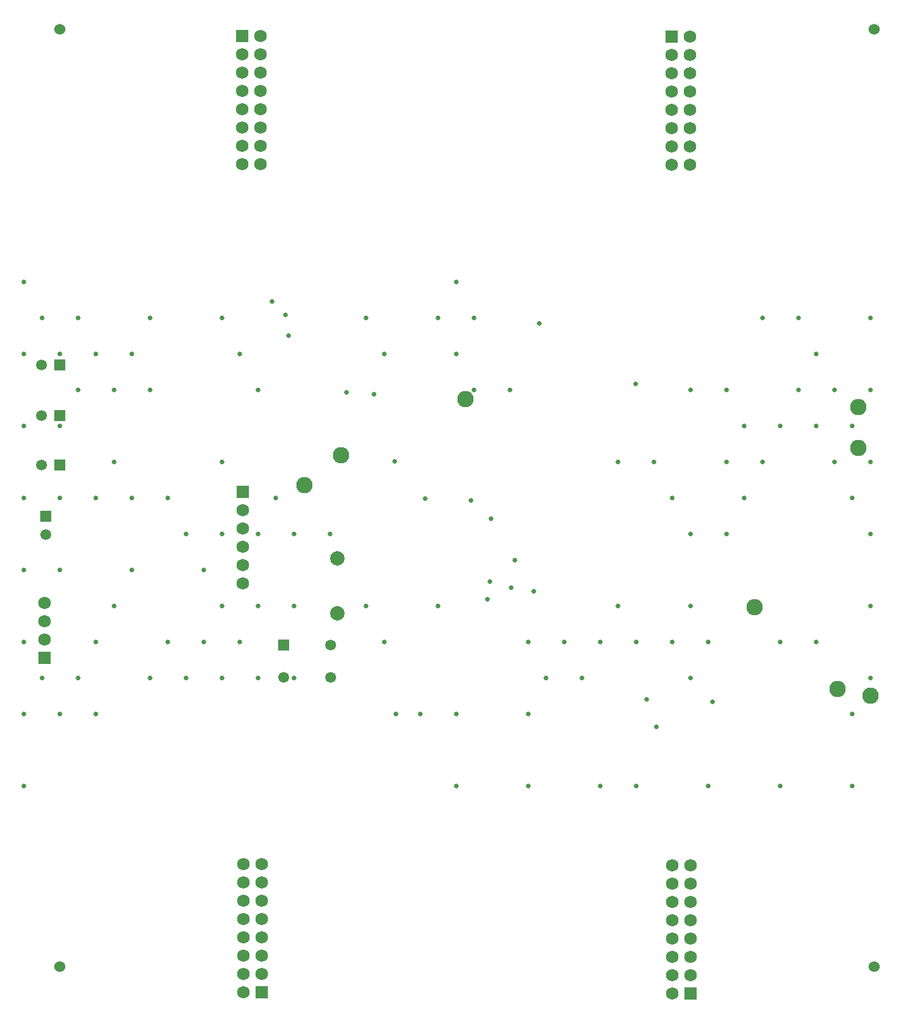
<source format=gbr>
%TF.GenerationSoftware,Altium Limited,Altium Designer,19.1.6 (110)*%
G04 Layer_Color=16711935*
%FSLAX43Y43*%
%MOMM*%
%TF.FileFunction,Soldermask,Bot*%
%TF.Part,Single*%
G01*
G75*
%TA.AperFunction,ComponentPad*%
%ADD34R,1.750X1.750*%
%ADD35C,1.750*%
%ADD36C,1.500*%
%ADD37R,1.500X1.500*%
%ADD38R,1.500X1.500*%
%ADD39C,2.286*%
%ADD40C,2.000*%
%ADD41C,1.498*%
%ADD42R,1.498X1.498*%
%TA.AperFunction,WasherPad*%
%ADD43C,1.524*%
%TA.AperFunction,ViaPad*%
%ADD44C,0.650*%
D34*
X35306Y139116D02*
D03*
X97540Y6277D02*
D03*
X94945Y139014D02*
D03*
X38000Y6380D02*
D03*
X35357Y75844D02*
D03*
X7874Y52802D02*
D03*
D35*
X37846Y136576D02*
D03*
Y134036D02*
D03*
Y131496D02*
D03*
Y128956D02*
D03*
Y126416D02*
D03*
Y123876D02*
D03*
Y121336D02*
D03*
X35306Y123876D02*
D03*
Y134036D02*
D03*
X37846Y139116D02*
D03*
X35306Y121336D02*
D03*
Y126416D02*
D03*
Y128956D02*
D03*
Y131496D02*
D03*
Y136576D02*
D03*
X97540Y8817D02*
D03*
Y13897D02*
D03*
Y16437D02*
D03*
Y18977D02*
D03*
Y24057D02*
D03*
X95000Y6277D02*
D03*
X97540Y11357D02*
D03*
Y21517D02*
D03*
X95000Y24057D02*
D03*
Y21517D02*
D03*
Y18977D02*
D03*
Y16437D02*
D03*
Y13897D02*
D03*
Y11357D02*
D03*
Y8817D02*
D03*
X97485Y136474D02*
D03*
Y133934D02*
D03*
Y131394D02*
D03*
Y128854D02*
D03*
Y126314D02*
D03*
Y123774D02*
D03*
Y121234D02*
D03*
X94945Y123774D02*
D03*
Y133934D02*
D03*
X97485Y139014D02*
D03*
X94945Y121234D02*
D03*
Y126314D02*
D03*
Y128854D02*
D03*
Y131394D02*
D03*
Y136474D02*
D03*
X38000Y8920D02*
D03*
Y14000D02*
D03*
Y16540D02*
D03*
Y19080D02*
D03*
Y24160D02*
D03*
X35460Y6380D02*
D03*
X38000Y11460D02*
D03*
Y21620D02*
D03*
X35460Y24160D02*
D03*
Y21620D02*
D03*
Y19080D02*
D03*
Y16540D02*
D03*
Y14000D02*
D03*
Y11460D02*
D03*
Y8920D02*
D03*
X35357Y70764D02*
D03*
Y63144D02*
D03*
Y65684D02*
D03*
Y68224D02*
D03*
Y73304D02*
D03*
X7874Y55342D02*
D03*
Y60422D02*
D03*
Y57882D02*
D03*
D36*
X8016Y69888D02*
D03*
X7442Y79574D02*
D03*
X7442Y86393D02*
D03*
X7493Y93442D02*
D03*
D37*
X8016Y72428D02*
D03*
D38*
X9982Y79574D02*
D03*
X9982Y86393D02*
D03*
X10033Y93442D02*
D03*
D39*
X66309Y88686D02*
D03*
X48997Y80965D02*
D03*
X43983Y76751D02*
D03*
X106451Y59867D02*
D03*
X117921Y48522D02*
D03*
X120815Y87655D02*
D03*
Y81919D02*
D03*
X122500Y47600D02*
D03*
D40*
X48539Y59014D02*
D03*
Y66614D02*
D03*
D41*
X41048Y50074D02*
D03*
X47548D02*
D03*
Y54574D02*
D03*
D42*
X41048D02*
D03*
D43*
X123000Y140000D02*
D03*
Y10000D02*
D03*
X10000Y10000D02*
D03*
Y140000D02*
D03*
D44*
X27500Y70000D02*
D03*
X39497Y102235D02*
D03*
X15000Y45000D02*
D03*
X110000Y85000D02*
D03*
X91465Y47066D02*
D03*
X117500Y90000D02*
D03*
X17500Y80000D02*
D03*
X32500Y70000D02*
D03*
Y100000D02*
D03*
X10000Y65000D02*
D03*
X97500Y60000D02*
D03*
X55000Y55000D02*
D03*
X122500Y90000D02*
D03*
X37500Y70000D02*
D03*
X95000Y75000D02*
D03*
X65000Y105000D02*
D03*
X5000Y45000D02*
D03*
X65000Y35000D02*
D03*
X12500Y90000D02*
D03*
X105000Y85000D02*
D03*
X110000Y55000D02*
D03*
X67032Y74700D02*
D03*
X56617Y45009D02*
D03*
X37500Y60000D02*
D03*
X30000Y55000D02*
D03*
X107500Y80000D02*
D03*
X75000Y35000D02*
D03*
X107500Y100000D02*
D03*
X12500Y50000D02*
D03*
X90000Y55000D02*
D03*
X22500Y90000D02*
D03*
X65000Y95000D02*
D03*
X15000Y55000D02*
D03*
X73141Y66403D02*
D03*
X5000Y75000D02*
D03*
X92812Y43282D02*
D03*
X37500Y50000D02*
D03*
X89905Y90838D02*
D03*
X76581Y99212D02*
D03*
X27500Y50000D02*
D03*
X87500Y80000D02*
D03*
X112500Y100000D02*
D03*
X20000Y65000D02*
D03*
X17500Y90000D02*
D03*
X30000Y65000D02*
D03*
X32500Y60000D02*
D03*
X5000Y105000D02*
D03*
X75808Y62085D02*
D03*
X122500Y80000D02*
D03*
X5000Y95000D02*
D03*
X112500Y90000D02*
D03*
X97500Y50000D02*
D03*
X42500D02*
D03*
X22500D02*
D03*
X32500D02*
D03*
X87500Y60000D02*
D03*
X120000Y85000D02*
D03*
X100000Y55000D02*
D03*
X120000Y45000D02*
D03*
X7500Y100000D02*
D03*
X67500D02*
D03*
X5000Y35000D02*
D03*
X42500Y60000D02*
D03*
X10000Y95000D02*
D03*
X49786Y89610D02*
D03*
X102500Y90000D02*
D03*
X22500Y100000D02*
D03*
X77500Y50000D02*
D03*
X20000Y75000D02*
D03*
X35000Y55000D02*
D03*
X92500Y80000D02*
D03*
X35000Y95000D02*
D03*
X80000Y55000D02*
D03*
X115000Y85000D02*
D03*
X20000Y95000D02*
D03*
X85000Y35000D02*
D03*
X69852Y72109D02*
D03*
X72659Y62568D02*
D03*
X53596Y89381D02*
D03*
X102500Y70000D02*
D03*
X5000Y55000D02*
D03*
X117500Y80000D02*
D03*
X15000Y95000D02*
D03*
X120000Y75000D02*
D03*
X7500Y50000D02*
D03*
X55000Y95000D02*
D03*
X10000Y45000D02*
D03*
X47500Y70000D02*
D03*
X10000Y85000D02*
D03*
X60000Y45000D02*
D03*
X10000Y75000D02*
D03*
X72500Y90000D02*
D03*
X122500Y60000D02*
D03*
X97500Y90000D02*
D03*
X42500Y70000D02*
D03*
X110000Y35000D02*
D03*
X100000D02*
D03*
X15000Y75000D02*
D03*
X5000Y85000D02*
D03*
X62500Y100000D02*
D03*
X115000Y55000D02*
D03*
X75000D02*
D03*
X25000Y75000D02*
D03*
X67500Y90000D02*
D03*
X5000Y65000D02*
D03*
X115000Y95000D02*
D03*
X32500Y80000D02*
D03*
X60682Y74928D02*
D03*
X37500Y90000D02*
D03*
X41351Y100381D02*
D03*
X105000Y75000D02*
D03*
X85000Y55000D02*
D03*
X52500Y100000D02*
D03*
X120000Y35000D02*
D03*
X122500Y70000D02*
D03*
X62500Y60000D02*
D03*
X75000Y45000D02*
D03*
X65000D02*
D03*
X40000Y75000D02*
D03*
X90000Y35000D02*
D03*
X95000Y55000D02*
D03*
X122500Y50000D02*
D03*
X102500Y80000D02*
D03*
X100584Y46711D02*
D03*
X52500Y60000D02*
D03*
X56440Y80059D02*
D03*
X122500Y100000D02*
D03*
X69725Y63375D02*
D03*
X25000Y55000D02*
D03*
X82500Y50000D02*
D03*
X97500Y70000D02*
D03*
X17500Y60000D02*
D03*
X12500Y100000D02*
D03*
X69367Y60960D02*
D03*
X41783Y97511D02*
D03*
%TF.MD5,ea19492b0ff0d4e33b86bb3e3877674b*%
M02*

</source>
